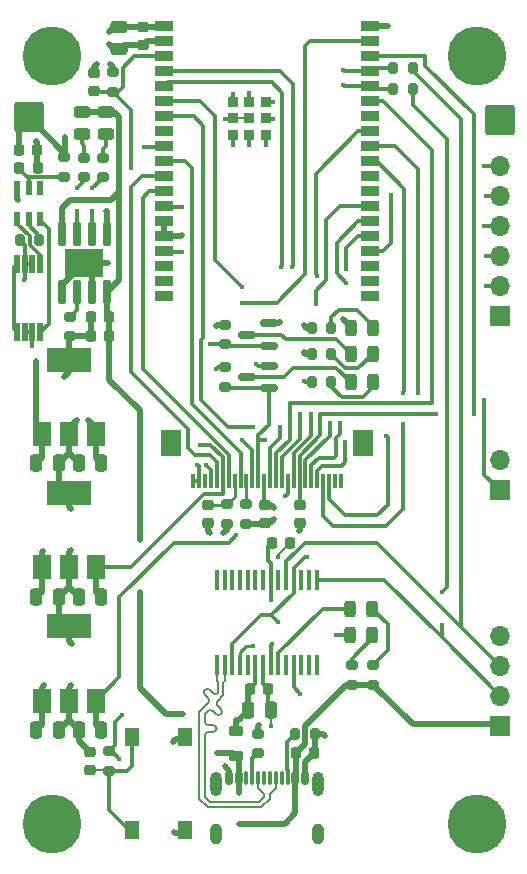
<source format=gtl>
G04 #@! TF.GenerationSoftware,KiCad,Pcbnew,7.0.9*
G04 #@! TF.CreationDate,2024-01-11T22:43:50+01:00*
G04 #@! TF.ProjectId,CameraV1,43616d65-7261-4563-912e-6b696361645f,rev?*
G04 #@! TF.SameCoordinates,Original*
G04 #@! TF.FileFunction,Copper,L1,Top*
G04 #@! TF.FilePolarity,Positive*
%FSLAX46Y46*%
G04 Gerber Fmt 4.6, Leading zero omitted, Abs format (unit mm)*
G04 Created by KiCad (PCBNEW 7.0.9) date 2024-01-11 22:43:50*
%MOMM*%
%LPD*%
G01*
G04 APERTURE LIST*
G04 Aperture macros list*
%AMRoundRect*
0 Rectangle with rounded corners*
0 $1 Rounding radius*
0 $2 $3 $4 $5 $6 $7 $8 $9 X,Y pos of 4 corners*
0 Add a 4 corners polygon primitive as box body*
4,1,4,$2,$3,$4,$5,$6,$7,$8,$9,$2,$3,0*
0 Add four circle primitives for the rounded corners*
1,1,$1+$1,$2,$3*
1,1,$1+$1,$4,$5*
1,1,$1+$1,$6,$7*
1,1,$1+$1,$8,$9*
0 Add four rect primitives between the rounded corners*
20,1,$1+$1,$2,$3,$4,$5,0*
20,1,$1+$1,$4,$5,$6,$7,0*
20,1,$1+$1,$6,$7,$8,$9,0*
20,1,$1+$1,$8,$9,$2,$3,0*%
G04 Aperture macros list end*
G04 #@! TA.AperFunction,SMDPad,CuDef*
%ADD10RoundRect,0.225000X-0.250000X0.225000X-0.250000X-0.225000X0.250000X-0.225000X0.250000X0.225000X0*%
G04 #@! TD*
G04 #@! TA.AperFunction,SMDPad,CuDef*
%ADD11RoundRect,0.225000X0.225000X0.250000X-0.225000X0.250000X-0.225000X-0.250000X0.225000X-0.250000X0*%
G04 #@! TD*
G04 #@! TA.AperFunction,SMDPad,CuDef*
%ADD12RoundRect,0.225000X-0.225000X-0.250000X0.225000X-0.250000X0.225000X0.250000X-0.225000X0.250000X0*%
G04 #@! TD*
G04 #@! TA.AperFunction,SMDPad,CuDef*
%ADD13RoundRect,0.243750X-0.243750X-0.456250X0.243750X-0.456250X0.243750X0.456250X-0.243750X0.456250X0*%
G04 #@! TD*
G04 #@! TA.AperFunction,SMDPad,CuDef*
%ADD14RoundRect,0.200000X-0.275000X0.200000X-0.275000X-0.200000X0.275000X-0.200000X0.275000X0.200000X0*%
G04 #@! TD*
G04 #@! TA.AperFunction,SMDPad,CuDef*
%ADD15RoundRect,0.200000X0.275000X-0.200000X0.275000X0.200000X-0.275000X0.200000X-0.275000X-0.200000X0*%
G04 #@! TD*
G04 #@! TA.AperFunction,SMDPad,CuDef*
%ADD16RoundRect,0.250000X-0.250000X-0.475000X0.250000X-0.475000X0.250000X0.475000X-0.250000X0.475000X0*%
G04 #@! TD*
G04 #@! TA.AperFunction,ComponentPad*
%ADD17R,1.700000X1.700000*%
G04 #@! TD*
G04 #@! TA.AperFunction,ComponentPad*
%ADD18O,1.700000X1.700000*%
G04 #@! TD*
G04 #@! TA.AperFunction,SMDPad,CuDef*
%ADD19RoundRect,0.200000X-0.200000X-0.275000X0.200000X-0.275000X0.200000X0.275000X-0.200000X0.275000X0*%
G04 #@! TD*
G04 #@! TA.AperFunction,SMDPad,CuDef*
%ADD20RoundRect,0.042000X0.258000X-0.943000X0.258000X0.943000X-0.258000X0.943000X-0.258000X-0.943000X0*%
G04 #@! TD*
G04 #@! TA.AperFunction,SMDPad,CuDef*
%ADD21R,3.302000X2.413000*%
G04 #@! TD*
G04 #@! TA.AperFunction,SMDPad,CuDef*
%ADD22R,0.300000X1.300000*%
G04 #@! TD*
G04 #@! TA.AperFunction,SMDPad,CuDef*
%ADD23R,1.800000X2.200000*%
G04 #@! TD*
G04 #@! TA.AperFunction,SMDPad,CuDef*
%ADD24R,1.300000X1.550000*%
G04 #@! TD*
G04 #@! TA.AperFunction,SMDPad,CuDef*
%ADD25R,1.500000X2.000000*%
G04 #@! TD*
G04 #@! TA.AperFunction,SMDPad,CuDef*
%ADD26R,3.800000X2.000000*%
G04 #@! TD*
G04 #@! TA.AperFunction,SMDPad,CuDef*
%ADD27RoundRect,0.020000X0.180000X-0.760000X0.180000X0.760000X-0.180000X0.760000X-0.180000X-0.760000X0*%
G04 #@! TD*
G04 #@! TA.AperFunction,SMDPad,CuDef*
%ADD28RoundRect,0.150000X0.587500X0.150000X-0.587500X0.150000X-0.587500X-0.150000X0.587500X-0.150000X0*%
G04 #@! TD*
G04 #@! TA.AperFunction,SMDPad,CuDef*
%ADD29R,0.550000X1.200000*%
G04 #@! TD*
G04 #@! TA.AperFunction,SMDPad,CuDef*
%ADD30RoundRect,0.218750X0.381250X-0.218750X0.381250X0.218750X-0.381250X0.218750X-0.381250X-0.218750X0*%
G04 #@! TD*
G04 #@! TA.AperFunction,ComponentPad*
%ADD31C,2.900000*%
G04 #@! TD*
G04 #@! TA.AperFunction,ConnectorPad*
%ADD32C,5.000000*%
G04 #@! TD*
G04 #@! TA.AperFunction,SMDPad,CuDef*
%ADD33RoundRect,0.250000X0.250000X0.475000X-0.250000X0.475000X-0.250000X-0.475000X0.250000X-0.475000X0*%
G04 #@! TD*
G04 #@! TA.AperFunction,SMDPad,CuDef*
%ADD34RoundRect,0.150000X-0.150000X-0.425000X0.150000X-0.425000X0.150000X0.425000X-0.150000X0.425000X0*%
G04 #@! TD*
G04 #@! TA.AperFunction,SMDPad,CuDef*
%ADD35RoundRect,0.075000X-0.075000X-0.500000X0.075000X-0.500000X0.075000X0.500000X-0.075000X0.500000X0*%
G04 #@! TD*
G04 #@! TA.AperFunction,ComponentPad*
%ADD36O,1.000000X2.100000*%
G04 #@! TD*
G04 #@! TA.AperFunction,ComponentPad*
%ADD37O,1.000000X1.800000*%
G04 #@! TD*
G04 #@! TA.AperFunction,SMDPad,CuDef*
%ADD38RoundRect,0.225000X0.250000X-0.225000X0.250000X0.225000X-0.250000X0.225000X-0.250000X-0.225000X0*%
G04 #@! TD*
G04 #@! TA.AperFunction,SMDPad,CuDef*
%ADD39R,0.450000X1.750000*%
G04 #@! TD*
G04 #@! TA.AperFunction,ComponentPad*
%ADD40RoundRect,0.249999X-1.025001X-1.025001X1.025001X-1.025001X1.025001X1.025001X-1.025001X1.025001X0*%
G04 #@! TD*
G04 #@! TA.AperFunction,SMDPad,CuDef*
%ADD41RoundRect,0.200000X0.200000X0.275000X-0.200000X0.275000X-0.200000X-0.275000X0.200000X-0.275000X0*%
G04 #@! TD*
G04 #@! TA.AperFunction,SMDPad,CuDef*
%ADD42RoundRect,0.250000X0.475000X-0.250000X0.475000X0.250000X-0.475000X0.250000X-0.475000X-0.250000X0*%
G04 #@! TD*
G04 #@! TA.AperFunction,SMDPad,CuDef*
%ADD43RoundRect,0.243750X0.456250X-0.243750X0.456250X0.243750X-0.456250X0.243750X-0.456250X-0.243750X0*%
G04 #@! TD*
G04 #@! TA.AperFunction,SMDPad,CuDef*
%ADD44R,1.500000X0.900000*%
G04 #@! TD*
G04 #@! TA.AperFunction,SMDPad,CuDef*
%ADD45R,0.900000X0.900000*%
G04 #@! TD*
G04 #@! TA.AperFunction,ViaPad*
%ADD46C,0.450000*%
G04 #@! TD*
G04 #@! TA.AperFunction,Conductor*
%ADD47C,0.300000*%
G04 #@! TD*
G04 #@! TA.AperFunction,Conductor*
%ADD48C,0.500000*%
G04 #@! TD*
G04 #@! TA.AperFunction,Conductor*
%ADD49C,0.250000*%
G04 #@! TD*
G04 #@! TA.AperFunction,Conductor*
%ADD50C,0.200000*%
G04 #@! TD*
G04 APERTURE END LIST*
D10*
X102200000Y-119925000D03*
X102200000Y-121475000D03*
D11*
X103810000Y-83100000D03*
X102260000Y-83100000D03*
D12*
X115750000Y-114600000D03*
X117300000Y-114600000D03*
D13*
X124212500Y-110000000D03*
X126087500Y-110000000D03*
D14*
X103800000Y-119875000D03*
X103800000Y-121525000D03*
X113600000Y-83775000D03*
X113600000Y-85425000D03*
D15*
X101700000Y-71250000D03*
X101700000Y-69600000D03*
D12*
X96200000Y-69000000D03*
X97750000Y-69000000D03*
D16*
X97650000Y-118100000D03*
X99550000Y-118100000D03*
D17*
X136900000Y-97775000D03*
D18*
X136900000Y-95235000D03*
D19*
X120975000Y-86200000D03*
X122625000Y-86200000D03*
D20*
X99830000Y-81000000D03*
X101100000Y-81000000D03*
X102370000Y-81000000D03*
X103640000Y-81000000D03*
X103640000Y-76050000D03*
X102370000Y-76050000D03*
X101100000Y-76050000D03*
X99830000Y-76050000D03*
D21*
X101735000Y-78525000D03*
D22*
X123450000Y-97000000D03*
X122950000Y-97000000D03*
X122450000Y-97000000D03*
X121950000Y-97000000D03*
X121450000Y-97000000D03*
X120950000Y-97000000D03*
X120450000Y-97000000D03*
X119950000Y-97000000D03*
X119450000Y-97000000D03*
X118950000Y-97000000D03*
X118450000Y-97000000D03*
X117950000Y-97000000D03*
X117450000Y-97000000D03*
X116950000Y-97000000D03*
X116450000Y-97000000D03*
X115950000Y-97000000D03*
X115450000Y-97000000D03*
X114950000Y-97000000D03*
X114450000Y-97000000D03*
X113950000Y-97000000D03*
X113450000Y-97000000D03*
X112950000Y-97000000D03*
X112450000Y-97000000D03*
X111950000Y-97000000D03*
X111450000Y-97000000D03*
X110950000Y-97000000D03*
D23*
X125350000Y-93750000D03*
X109050000Y-93750000D03*
D24*
X105750000Y-126575000D03*
X105750000Y-118625000D03*
X110250000Y-126575000D03*
X110250000Y-118625000D03*
D25*
X98100000Y-104300000D03*
X100400000Y-104300000D03*
D26*
X100400000Y-98000000D03*
D25*
X102700000Y-104300000D03*
D27*
X96025000Y-84380000D03*
X96675000Y-84380000D03*
X97325000Y-84380000D03*
X97975000Y-84380000D03*
X97975000Y-78620000D03*
X97325000Y-78620000D03*
X96675000Y-78620000D03*
X96025000Y-78620000D03*
D17*
X136900000Y-117700000D03*
D18*
X136900000Y-115160000D03*
X136900000Y-112620000D03*
X136900000Y-110080000D03*
D28*
X117337500Y-89150000D03*
X117337500Y-87250000D03*
X115462500Y-88200000D03*
D15*
X115400000Y-100625000D03*
X115400000Y-98975000D03*
D19*
X120975000Y-84000000D03*
X122625000Y-84000000D03*
D29*
X96050000Y-74800000D03*
X97000000Y-74800000D03*
X97950000Y-74800000D03*
X97950000Y-72200000D03*
X97000000Y-72200000D03*
X96050000Y-72200000D03*
D30*
X114600000Y-120262500D03*
X114600000Y-118137500D03*
D16*
X97650000Y-106800000D03*
X99550000Y-106800000D03*
D31*
X99000000Y-61000000D03*
D32*
X99000000Y-61000000D03*
D25*
X98100000Y-115600000D03*
X100400000Y-115600000D03*
D26*
X100400000Y-109300000D03*
D25*
X102700000Y-115600000D03*
D11*
X103810000Y-84700000D03*
X102260000Y-84700000D03*
D13*
X124262500Y-84000000D03*
X126137500Y-84000000D03*
D33*
X103150000Y-106800000D03*
X101250000Y-106800000D03*
D14*
X113600000Y-87375000D03*
X113600000Y-89025000D03*
D34*
X114000000Y-122100000D03*
X114800000Y-122100000D03*
D35*
X115950000Y-122100000D03*
X116950000Y-122100000D03*
X117450000Y-122100000D03*
X118450000Y-122100000D03*
D34*
X119600000Y-122100000D03*
X120400000Y-122100000D03*
X120400000Y-122100000D03*
X119600000Y-122100000D03*
D35*
X118950000Y-122100000D03*
X117950000Y-122100000D03*
X116450000Y-122100000D03*
X115450000Y-122100000D03*
D34*
X114800000Y-122100000D03*
X114000000Y-122100000D03*
D36*
X112880000Y-122675000D03*
D37*
X112880000Y-126855000D03*
D36*
X121520000Y-122675000D03*
D37*
X121520000Y-126855000D03*
D38*
X117000000Y-100575000D03*
X117000000Y-99025000D03*
D15*
X116400000Y-120025000D03*
X116400000Y-118375000D03*
D13*
X124212500Y-107800000D03*
X126087500Y-107800000D03*
D14*
X113800000Y-98975000D03*
X113800000Y-100625000D03*
D19*
X119600000Y-118400000D03*
X121250000Y-118400000D03*
D38*
X106700000Y-60075000D03*
X106700000Y-58525000D03*
D13*
X124262500Y-88600000D03*
X126137500Y-88600000D03*
D17*
X136900000Y-83000000D03*
D18*
X136900000Y-80460000D03*
X136900000Y-77920000D03*
X136900000Y-75380000D03*
X136900000Y-72840000D03*
X136900000Y-70300000D03*
D19*
X120975000Y-88600000D03*
X122625000Y-88600000D03*
D39*
X121400000Y-105400000D03*
X120750000Y-105400000D03*
X120100000Y-105400000D03*
X119450000Y-105400000D03*
X118800000Y-105400000D03*
X118150000Y-105400000D03*
X117500000Y-105400000D03*
X116850000Y-105400000D03*
X116200000Y-105400000D03*
X115550000Y-105400000D03*
X114900000Y-105400000D03*
X114250000Y-105400000D03*
X113600000Y-105400000D03*
X112950000Y-105400000D03*
X112950000Y-112600000D03*
X113600000Y-112600000D03*
X114250000Y-112600000D03*
X114900000Y-112600000D03*
X115550000Y-112600000D03*
X116200000Y-112600000D03*
X116850000Y-112600000D03*
X117500000Y-112600000D03*
X118150000Y-112600000D03*
X118800000Y-112600000D03*
X119450000Y-112600000D03*
X120100000Y-112600000D03*
X120750000Y-112600000D03*
X121400000Y-112600000D03*
D40*
X136900000Y-66400000D03*
D12*
X96225000Y-70500000D03*
X97775000Y-70500000D03*
D15*
X103300000Y-71250000D03*
X103300000Y-69600000D03*
D11*
X119175000Y-102200000D03*
X117625000Y-102200000D03*
D16*
X115600000Y-116400000D03*
X117500000Y-116400000D03*
D31*
X135000000Y-126000000D03*
D32*
X135000000Y-126000000D03*
D31*
X135000000Y-61000000D03*
D32*
X135000000Y-61000000D03*
D14*
X126150000Y-112575000D03*
X126150000Y-114225000D03*
D40*
X97000000Y-66200000D03*
D15*
X100000000Y-71225000D03*
X100000000Y-69575000D03*
D38*
X102525000Y-64000000D03*
X102525000Y-62450000D03*
X120000000Y-100575000D03*
X120000000Y-99025000D03*
D33*
X103150000Y-95500000D03*
X101250000Y-95500000D03*
D41*
X129525000Y-62030000D03*
X127875000Y-62030000D03*
D13*
X124262500Y-86200000D03*
X126137500Y-86200000D03*
D31*
X99000000Y-126000000D03*
D32*
X99000000Y-126000000D03*
D14*
X100535000Y-83075000D03*
X100535000Y-84725000D03*
D41*
X129525000Y-63800000D03*
X127875000Y-63800000D03*
D33*
X103150000Y-118100000D03*
X101250000Y-118100000D03*
D28*
X117337500Y-85550000D03*
X117337500Y-83650000D03*
X115462500Y-84600000D03*
D42*
X104700000Y-60450000D03*
X104700000Y-58550000D03*
D25*
X98100000Y-93050000D03*
X100400000Y-93050000D03*
D26*
X100400000Y-86750000D03*
D25*
X102700000Y-93050000D03*
D14*
X124350000Y-112575000D03*
X124350000Y-114225000D03*
D41*
X97925000Y-76600000D03*
X96275000Y-76600000D03*
D12*
X119625000Y-120000000D03*
X121175000Y-120000000D03*
D43*
X101500000Y-67637500D03*
X101500000Y-65762500D03*
D16*
X97650000Y-95500000D03*
X99550000Y-95500000D03*
D14*
X104125000Y-62375000D03*
X104125000Y-64025000D03*
D10*
X112200000Y-99025000D03*
X112200000Y-100575000D03*
D43*
X103600000Y-67637500D03*
X103600000Y-65762500D03*
D44*
X108450000Y-58490000D03*
X108450000Y-59760000D03*
X108450000Y-61030000D03*
X108450000Y-62300000D03*
X108450000Y-63570000D03*
X108450000Y-64840000D03*
X108450000Y-66110000D03*
X108450000Y-67380000D03*
X108450000Y-68650000D03*
X108450000Y-69920000D03*
X108450000Y-71190000D03*
X108450000Y-72460000D03*
X108450000Y-73730000D03*
X108450000Y-75000000D03*
X108450000Y-76270000D03*
X108450000Y-77540000D03*
X108450000Y-78810000D03*
X108450000Y-80080000D03*
X108450000Y-81350000D03*
X125950000Y-81350000D03*
X125950000Y-80080000D03*
X125950000Y-78810000D03*
X125950000Y-77540000D03*
X125950000Y-76270000D03*
X125950000Y-75000000D03*
X125950000Y-73730000D03*
X125950000Y-72460000D03*
X125950000Y-71190000D03*
X125950000Y-69920000D03*
X125950000Y-68650000D03*
X125950000Y-67380000D03*
X125950000Y-66110000D03*
X125950000Y-64840000D03*
X125950000Y-63570000D03*
X125950000Y-62300000D03*
X125950000Y-61030000D03*
X125950000Y-59760000D03*
X125950000Y-58490000D03*
D45*
X114300000Y-64890000D03*
X115700000Y-64890000D03*
X117100000Y-64890000D03*
X114300000Y-66290000D03*
X115700000Y-66290000D03*
X117100000Y-66290000D03*
X114300000Y-67690000D03*
X115700000Y-67690000D03*
X117100000Y-67690000D03*
D46*
X103700000Y-78500000D03*
X123600000Y-83300000D03*
X120000000Y-115000000D03*
X110000000Y-76200000D03*
X111300000Y-95600000D03*
X116000000Y-111000000D03*
X109300000Y-126700000D03*
X117700000Y-64900000D03*
X100700000Y-110800000D03*
X112000000Y-95600000D03*
X127400000Y-58500000D03*
X117500000Y-107100000D03*
X112900000Y-83900000D03*
X103800000Y-59000000D03*
X116500000Y-117650000D03*
X117100000Y-68500000D03*
X117500000Y-117700000D03*
X100600000Y-99400000D03*
X109200000Y-119100000D03*
X97600000Y-68200000D03*
X119900000Y-101200000D03*
X102800000Y-61700000D03*
X116300000Y-87100000D03*
X117700000Y-66300000D03*
X118700000Y-98300000D03*
X117800000Y-100200000D03*
X97300000Y-85600000D03*
X114300000Y-64200000D03*
X115700000Y-64100000D03*
X115700000Y-68500000D03*
X113600000Y-121100000D03*
X118300000Y-83500000D03*
X100600000Y-102800000D03*
X112400000Y-101400000D03*
X96600000Y-80000000D03*
X100000000Y-88200000D03*
X122100000Y-118600000D03*
X100600000Y-114300000D03*
X114300000Y-68500000D03*
X101100000Y-91800000D03*
X112900000Y-87500000D03*
X113600000Y-66300000D03*
X96100000Y-73200000D03*
X100100000Y-67900000D03*
X103600000Y-74100000D03*
X97600000Y-86800000D03*
X114800000Y-123400000D03*
X113000000Y-120000000D03*
X106400000Y-106400000D03*
X110100000Y-116700000D03*
X106400000Y-102000000D03*
X114800000Y-126000000D03*
X113500000Y-101400000D03*
X98300000Y-114300000D03*
X117800000Y-99300000D03*
X120300000Y-88500000D03*
X103900000Y-61700000D03*
X120300000Y-83800000D03*
X120300000Y-86100000D03*
X103800000Y-60000000D03*
X102000000Y-91800000D03*
X98200000Y-102900000D03*
X114600000Y-101600000D03*
X117000000Y-93500000D03*
X111500000Y-93900000D03*
X112400000Y-85400000D03*
X118100000Y-103400000D03*
X118100000Y-108900000D03*
X120600000Y-103400000D03*
X105700000Y-70500000D03*
X104900000Y-116800000D03*
X104700000Y-120500000D03*
X131500000Y-91300000D03*
X134700000Y-91300000D03*
X117600000Y-110800000D03*
X123000000Y-110000000D03*
X135600000Y-90100000D03*
X123900000Y-80200000D03*
X123900000Y-79000000D03*
X135700000Y-80460000D03*
X110000000Y-77600000D03*
X135700000Y-77900000D03*
X135600000Y-75380000D03*
X110000000Y-73800000D03*
X135700000Y-72840000D03*
X127700000Y-72800000D03*
X106800000Y-68700000D03*
X135600000Y-70300000D03*
X127300000Y-93200000D03*
X130000000Y-89500000D03*
X128700000Y-89500000D03*
X128700000Y-92200000D03*
X123800000Y-93700000D03*
X121400000Y-79600000D03*
X123374503Y-92100000D03*
X121300000Y-82000000D03*
X122500000Y-92100000D03*
X119300000Y-78900000D03*
X118400000Y-78900000D03*
X120900000Y-91300000D03*
X115100000Y-80600000D03*
X120000000Y-91300000D03*
X118300000Y-92400000D03*
X116000000Y-92400000D03*
X115100000Y-93500000D03*
X115100000Y-81900000D03*
X123600000Y-62200000D03*
X123600000Y-63500000D03*
X132000000Y-109200000D03*
X132000000Y-106400000D03*
X102400000Y-74100000D03*
X102400000Y-72200000D03*
X101100000Y-72200000D03*
X101100000Y-74100000D03*
D47*
X118950000Y-98050000D02*
X118700000Y-98300000D01*
D48*
X97750000Y-69000000D02*
X97750000Y-70575000D01*
D49*
X114900000Y-111475000D02*
X115375000Y-111000000D01*
D47*
X116850000Y-112600000D02*
X116850000Y-114150000D01*
X111450000Y-95750000D02*
X111450000Y-97000000D01*
X113600000Y-66300000D02*
X113929340Y-66300000D01*
D48*
X100400000Y-105950000D02*
X99550000Y-106800000D01*
X115400000Y-100625000D02*
X116950000Y-100625000D01*
X99550000Y-95500000D02*
X99550000Y-97150000D01*
X117000000Y-100575000D02*
X117425000Y-100575000D01*
X124262500Y-83962500D02*
X123600000Y-83300000D01*
X113600000Y-83775000D02*
X113025000Y-83775000D01*
X101250000Y-106800000D02*
X100400000Y-105950000D01*
X96050000Y-73150000D02*
X96100000Y-73200000D01*
X106735000Y-58490000D02*
X106700000Y-58525000D01*
X102525000Y-62450000D02*
X102525000Y-61975000D01*
X108415000Y-58525000D02*
X108450000Y-58490000D01*
X121900000Y-118400000D02*
X122100000Y-118600000D01*
D47*
X117470660Y-64900000D02*
X117410660Y-64840000D01*
D48*
X100560000Y-84700000D02*
X100535000Y-84725000D01*
X113025000Y-83775000D02*
X112900000Y-83900000D01*
X99550000Y-108450000D02*
X100400000Y-109300000D01*
D47*
X113600000Y-87375000D02*
X113025000Y-87375000D01*
D48*
X100400000Y-110500000D02*
X100700000Y-110800000D01*
X101735000Y-78525000D02*
X103675000Y-78525000D01*
D47*
X114300000Y-64200000D02*
X114250000Y-64579340D01*
D48*
X99550000Y-97150000D02*
X100400000Y-98000000D01*
X120000000Y-101100000D02*
X119900000Y-101200000D01*
D47*
X117300000Y-103731371D02*
X117500000Y-103931371D01*
D48*
X120000000Y-100575000D02*
X120000000Y-101100000D01*
X102370000Y-79160000D02*
X102370000Y-81000000D01*
X99830000Y-80430000D02*
X99830000Y-81000000D01*
X121250000Y-118400000D02*
X121250000Y-119925000D01*
D47*
X116850000Y-114150000D02*
X117300000Y-114600000D01*
D48*
X101735000Y-78525000D02*
X102370000Y-79160000D01*
X100400000Y-99200000D02*
X100600000Y-99400000D01*
X100400000Y-115600000D02*
X100400000Y-114500000D01*
X100400000Y-94650000D02*
X100400000Y-93050000D01*
D47*
X117500000Y-103931371D02*
X117500000Y-105400000D01*
D48*
X109375000Y-126775000D02*
X109300000Y-126700000D01*
X97750000Y-68350000D02*
X97600000Y-68200000D01*
X100400000Y-114500000D02*
X100600000Y-114300000D01*
D49*
X115375000Y-111000000D02*
X116000000Y-111000000D01*
D47*
X118950000Y-97000000D02*
X118950000Y-98050000D01*
X110950000Y-97000000D02*
X111450000Y-97000000D01*
D48*
X100400000Y-105950000D02*
X100400000Y-104300000D01*
D47*
X117100000Y-68500000D02*
X117100000Y-68050660D01*
D48*
X99550000Y-106800000D02*
X99550000Y-108450000D01*
D47*
X96675000Y-84380000D02*
X97325000Y-84380000D01*
D48*
X100400000Y-94650000D02*
X101250000Y-95500000D01*
X100400000Y-92500000D02*
X101100000Y-91800000D01*
X104700000Y-58550000D02*
X104250000Y-58550000D01*
D47*
X97325000Y-84380000D02*
X97325000Y-85575000D01*
D48*
X100400000Y-104300000D02*
X100400000Y-103000000D01*
X109930000Y-76270000D02*
X110000000Y-76200000D01*
X103675000Y-78525000D02*
X103700000Y-78500000D01*
D47*
X119450000Y-114450000D02*
X120000000Y-115000000D01*
D48*
X106700000Y-58525000D02*
X108415000Y-58525000D01*
D47*
X117300000Y-102525000D02*
X117300000Y-103731371D01*
D48*
X112200000Y-101200000D02*
X112400000Y-101400000D01*
X109475000Y-118825000D02*
X109200000Y-119100000D01*
X108450000Y-76270000D02*
X109930000Y-76270000D01*
D47*
X117500000Y-105400000D02*
X117500000Y-107100000D01*
D48*
X102525000Y-61975000D02*
X102800000Y-61700000D01*
X112200000Y-100575000D02*
X112200000Y-101200000D01*
D50*
X117500000Y-116200000D02*
X117500000Y-117700000D01*
D48*
X100400000Y-87800000D02*
X100000000Y-88200000D01*
X116400000Y-117750000D02*
X116400000Y-118375000D01*
X118150000Y-83650000D02*
X118300000Y-83500000D01*
D47*
X115700000Y-68500000D02*
X115700000Y-68050660D01*
D48*
X106700000Y-58525000D02*
X104725000Y-58525000D01*
X100400000Y-84860000D02*
X100535000Y-84725000D01*
X100400000Y-117250000D02*
X100400000Y-115600000D01*
X100400000Y-86750000D02*
X100400000Y-87800000D01*
X100400000Y-109300000D02*
X100400000Y-110500000D01*
X100400000Y-103000000D02*
X100600000Y-102800000D01*
X108450000Y-75000000D02*
X108450000Y-76270000D01*
D47*
X97325000Y-78620000D02*
X96675000Y-78620000D01*
D48*
X104725000Y-58525000D02*
X104700000Y-58550000D01*
X100400000Y-93050000D02*
X100400000Y-92500000D01*
X114000000Y-121500000D02*
X113600000Y-121100000D01*
X99550000Y-118100000D02*
X100400000Y-117250000D01*
D49*
X114900000Y-112600000D02*
X114900000Y-111475000D01*
D47*
X114300000Y-68050660D02*
X114250000Y-68000660D01*
D48*
X117337500Y-83650000D02*
X118150000Y-83650000D01*
D47*
X115700000Y-64100000D02*
X115700000Y-64529340D01*
X114300000Y-64529340D02*
X114300000Y-64200000D01*
X119450000Y-112600000D02*
X119450000Y-114450000D01*
D48*
X110250000Y-118825000D02*
X109475000Y-118825000D01*
D47*
X112000000Y-95600000D02*
X112450000Y-96050000D01*
D48*
X120400000Y-122100000D02*
X120400000Y-120775000D01*
X100400000Y-117250000D02*
X101250000Y-118100000D01*
X100400000Y-86750000D02*
X100400000Y-84860000D01*
X101250000Y-118975000D02*
X102200000Y-119925000D01*
X110250000Y-126775000D02*
X109375000Y-126775000D01*
X102260000Y-84700000D02*
X100560000Y-84700000D01*
D47*
X113025000Y-87375000D02*
X112900000Y-87500000D01*
D48*
X97750000Y-70575000D02*
X97775000Y-70600000D01*
X99550000Y-95500000D02*
X100400000Y-94650000D01*
X116500000Y-117650000D02*
X116400000Y-117750000D01*
X100400000Y-92400000D02*
X100400000Y-93050000D01*
D47*
X111300000Y-95600000D02*
X111450000Y-95750000D01*
D48*
X125950000Y-58490000D02*
X127390000Y-58490000D01*
D47*
X97325000Y-85575000D02*
X97300000Y-85600000D01*
D48*
X97750000Y-69000000D02*
X97750000Y-68350000D01*
X96050000Y-72300000D02*
X96050000Y-73150000D01*
D47*
X96675000Y-78620000D02*
X96675000Y-77000000D01*
X112450000Y-96050000D02*
X112450000Y-97000000D01*
X117337500Y-87250000D02*
X116450000Y-87250000D01*
X96675000Y-79925000D02*
X96600000Y-80000000D01*
X117300000Y-116000000D02*
X117500000Y-116200000D01*
D48*
X114000000Y-122100000D02*
X114000000Y-121500000D01*
X124262500Y-84000000D02*
X124262500Y-83962500D01*
D47*
X117700000Y-66300000D02*
X117470660Y-66300000D01*
D48*
X100400000Y-98000000D02*
X100400000Y-99200000D01*
D47*
X114300000Y-68500000D02*
X114300000Y-68050660D01*
X117625000Y-102200000D02*
X117300000Y-102525000D01*
X96675000Y-77000000D02*
X96275000Y-76600000D01*
D48*
X116950000Y-100625000D02*
X117000000Y-100575000D01*
X121250000Y-118400000D02*
X121900000Y-118400000D01*
X124262500Y-84000000D02*
X124262500Y-84037500D01*
D47*
X117700000Y-64900000D02*
X117470660Y-64900000D01*
D48*
X127390000Y-58490000D02*
X127400000Y-58500000D01*
X117425000Y-100575000D02*
X117800000Y-100200000D01*
X104250000Y-58550000D02*
X103800000Y-59000000D01*
X120400000Y-120775000D02*
X121175000Y-120000000D01*
X102260000Y-84700000D02*
X102260000Y-83100000D01*
X121250000Y-119925000D02*
X121175000Y-120000000D01*
D47*
X117100000Y-68050660D02*
X117150000Y-68000660D01*
X116450000Y-87250000D02*
X116300000Y-87100000D01*
D48*
X101735000Y-78525000D02*
X99830000Y-80430000D01*
D47*
X117300000Y-114600000D02*
X117300000Y-116000000D01*
D50*
X114300000Y-66290000D02*
X115700000Y-66290000D01*
D47*
X96675000Y-78620000D02*
X96675000Y-79925000D01*
D48*
X101250000Y-118100000D02*
X101250000Y-118975000D01*
X103640000Y-76050000D02*
X103640000Y-74140000D01*
X97000000Y-66200000D02*
X100000000Y-69200000D01*
X96200000Y-67000000D02*
X97000000Y-66200000D01*
X96200000Y-69000000D02*
X96200000Y-67000000D01*
X97650000Y-93500000D02*
X98100000Y-93050000D01*
X98100000Y-93050000D02*
X97600000Y-92550000D01*
X97600000Y-92550000D02*
X97600000Y-86800000D01*
X100100000Y-67900000D02*
X100100000Y-69475000D01*
X100000000Y-69200000D02*
X100000000Y-69575000D01*
X103640000Y-74140000D02*
X103600000Y-74100000D01*
X100100000Y-69475000D02*
X100000000Y-69575000D01*
X98100000Y-93050000D02*
X98100000Y-95050000D01*
X98100000Y-95050000D02*
X97650000Y-95500000D01*
X104700000Y-79940000D02*
X104700000Y-72500000D01*
X123875000Y-114225000D02*
X120400000Y-117700000D01*
D47*
X114600000Y-120262500D02*
X114600000Y-120062500D01*
D48*
X118700000Y-126000000D02*
X114800000Y-126000000D01*
X103600000Y-65762500D02*
X104262500Y-65762500D01*
X119600000Y-125100000D02*
X118700000Y-126000000D01*
X104262500Y-65762500D02*
X104700000Y-66200000D01*
X103810000Y-88410000D02*
X106400000Y-91000000D01*
X103640000Y-81000000D02*
X104700000Y-79940000D01*
X103810000Y-83100000D02*
X103810000Y-84700000D01*
X120400000Y-119225000D02*
X119625000Y-120000000D01*
X114362500Y-120062500D02*
X114600000Y-120062500D01*
X114800000Y-122100000D02*
X114800000Y-120262500D01*
X119625000Y-122075000D02*
X119600000Y-122100000D01*
X108300000Y-116400000D02*
X108600000Y-116700000D01*
X113000000Y-120000000D02*
X114337500Y-120000000D01*
X104000000Y-73200000D02*
X100500000Y-73200000D01*
X119600000Y-122100000D02*
X119600000Y-125100000D01*
X106400000Y-114500000D02*
X106400000Y-106400000D01*
X129525000Y-117600000D02*
X136800000Y-117600000D01*
X114800000Y-123400000D02*
X114800000Y-122100000D01*
X108600000Y-116700000D02*
X110100000Y-116700000D01*
X99830000Y-73870000D02*
X99830000Y-76050000D01*
X124350000Y-114225000D02*
X126150000Y-114225000D01*
X108300000Y-116400000D02*
X106400000Y-114500000D01*
X120400000Y-117700000D02*
X120400000Y-119225000D01*
X124350000Y-114225000D02*
X123875000Y-114225000D01*
X119625000Y-120000000D02*
X119625000Y-122075000D01*
X136800000Y-117600000D02*
X136900000Y-117700000D01*
X103640000Y-81000000D02*
X103640000Y-82930000D01*
X104700000Y-72500000D02*
X104000000Y-73200000D01*
X104700000Y-66200000D02*
X104700000Y-72500000D01*
X103810000Y-84700000D02*
X103810000Y-88410000D01*
X101500000Y-65762500D02*
X103600000Y-65762500D01*
X114337500Y-120000000D02*
X114600000Y-120262500D01*
X103640000Y-82930000D02*
X103810000Y-83100000D01*
X126150000Y-114225000D02*
X129525000Y-117600000D01*
X100500000Y-73200000D02*
X99830000Y-73870000D01*
X106400000Y-91000000D02*
X106400000Y-102000000D01*
X98100000Y-117650000D02*
X97650000Y-118100000D01*
X113800000Y-101100000D02*
X113500000Y-101400000D01*
X102700000Y-92500000D02*
X102000000Y-91800000D01*
D47*
X116950000Y-98975000D02*
X117000000Y-99025000D01*
D48*
X98100000Y-104300000D02*
X98100000Y-103000000D01*
X98100000Y-106350000D02*
X97650000Y-106800000D01*
X106700000Y-60075000D02*
X105075000Y-60075000D01*
X105075000Y-60075000D02*
X104700000Y-60450000D01*
X98100000Y-103000000D02*
X98200000Y-102900000D01*
X120400000Y-86200000D02*
X120300000Y-86100000D01*
X104125000Y-62375000D02*
X104125000Y-61925000D01*
X102700000Y-93050000D02*
X102700000Y-92500000D01*
X98100000Y-114500000D02*
X98300000Y-114300000D01*
X120500000Y-84000000D02*
X120300000Y-83800000D01*
X120975000Y-84000000D02*
X120500000Y-84000000D01*
D47*
X120400000Y-88600000D02*
X120300000Y-88500000D01*
D48*
X104250000Y-60450000D02*
X103800000Y-60000000D01*
X102700000Y-93050000D02*
X102700000Y-95050000D01*
X104125000Y-61925000D02*
X103900000Y-61700000D01*
X98100000Y-115600000D02*
X98100000Y-117650000D01*
D47*
X116950000Y-97000000D02*
X116950000Y-98975000D01*
D48*
X104700000Y-60450000D02*
X104250000Y-60450000D01*
D47*
X120975000Y-88600000D02*
X120400000Y-88600000D01*
D48*
X108450000Y-59760000D02*
X107015000Y-59760000D01*
X113800000Y-100625000D02*
X113800000Y-101100000D01*
X98100000Y-115600000D02*
X98100000Y-114500000D01*
X120975000Y-86200000D02*
X120400000Y-86200000D01*
X117000000Y-99025000D02*
X117525000Y-99025000D01*
X102700000Y-95050000D02*
X103150000Y-95500000D01*
X117525000Y-99025000D02*
X117800000Y-99300000D01*
X107015000Y-59760000D02*
X106700000Y-60075000D01*
X98100000Y-104300000D02*
X98100000Y-106350000D01*
D47*
X109300000Y-102200000D02*
X104700000Y-106800000D01*
X117337500Y-92237500D02*
X117337500Y-89150000D01*
X116450000Y-93500000D02*
X117000000Y-93500000D01*
X104700000Y-113600000D02*
X102700000Y-115600000D01*
D48*
X102700000Y-117650000D02*
X103150000Y-118100000D01*
D47*
X116450000Y-93500000D02*
X116450000Y-93125000D01*
X114000000Y-102200000D02*
X109300000Y-102200000D01*
D48*
X102700000Y-115600000D02*
X102700000Y-117650000D01*
D47*
X116450000Y-93125000D02*
X117337500Y-92237500D01*
X104700000Y-106800000D02*
X104700000Y-113600000D01*
X116450000Y-97000000D02*
X116450000Y-93500000D01*
X117337500Y-89150000D02*
X113725000Y-89150000D01*
X114600000Y-101600000D02*
X114000000Y-102200000D01*
X113725000Y-89150000D02*
X113600000Y-89025000D01*
D48*
X114600000Y-117937500D02*
X114600000Y-117200000D01*
X115600000Y-114750000D02*
X115750000Y-114600000D01*
X114800000Y-117200000D02*
X115600000Y-116400000D01*
D47*
X116200000Y-114150000D02*
X115750000Y-114600000D01*
D48*
X115600000Y-116400000D02*
X115600000Y-114750000D01*
D47*
X116200000Y-112600000D02*
X116200000Y-114150000D01*
X114600000Y-118137500D02*
X114600000Y-117937500D01*
D48*
X114600000Y-117200000D02*
X114800000Y-117200000D01*
D47*
X112400000Y-85400000D02*
X113575000Y-85400000D01*
X113725000Y-85550000D02*
X113600000Y-85425000D01*
X105700000Y-104300000D02*
X102700000Y-104300000D01*
X111900000Y-98100000D02*
X105700000Y-104300000D01*
X113400000Y-98100000D02*
X111900000Y-98100000D01*
X112400000Y-93900000D02*
X111500000Y-93900000D01*
X117337500Y-85550000D02*
X113725000Y-85550000D01*
D48*
X102700000Y-106350000D02*
X103150000Y-106800000D01*
D47*
X113575000Y-85400000D02*
X113600000Y-85425000D01*
X113450000Y-94950000D02*
X112400000Y-93900000D01*
X113450000Y-97000000D02*
X113450000Y-94950000D01*
X113450000Y-98050000D02*
X113450000Y-97000000D01*
D48*
X102700000Y-104300000D02*
X102700000Y-106350000D01*
D47*
X113400000Y-98100000D02*
X113450000Y-98050000D01*
X119450000Y-104350000D02*
X120400000Y-103400000D01*
X117550000Y-108350000D02*
X118100000Y-108900000D01*
X120400000Y-103400000D02*
X120600000Y-103400000D01*
X119450000Y-105400000D02*
X119450000Y-104350000D01*
X114250000Y-110750000D02*
X114250000Y-112600000D01*
X116650000Y-108350000D02*
X114250000Y-110750000D01*
X119450000Y-105400000D02*
X119450000Y-106450000D01*
D50*
X118100000Y-103275000D02*
X119175000Y-102200000D01*
D47*
X117550000Y-108350000D02*
X116650000Y-108350000D01*
D50*
X118100000Y-103400000D02*
X118100000Y-103275000D01*
D47*
X119450000Y-106450000D02*
X117550000Y-108350000D01*
X104575000Y-64025000D02*
X104125000Y-64025000D01*
X104900000Y-116800000D02*
X104300000Y-117400000D01*
X105000000Y-63600000D02*
X104575000Y-64025000D01*
X102550000Y-64025000D02*
X102525000Y-64000000D01*
X104125000Y-64025000D02*
X105700000Y-65600000D01*
X105970000Y-61030000D02*
X105000000Y-62000000D01*
X108450000Y-61030000D02*
X105970000Y-61030000D01*
X104125000Y-64025000D02*
X102550000Y-64025000D01*
X104075000Y-119875000D02*
X104700000Y-120500000D01*
X105700000Y-65600000D02*
X105700000Y-70500000D01*
X104300000Y-119375000D02*
X103800000Y-119875000D01*
X105000000Y-62000000D02*
X105000000Y-63600000D01*
X104300000Y-117400000D02*
X104300000Y-119375000D01*
X103800000Y-119875000D02*
X104075000Y-119875000D01*
X119950000Y-97000000D02*
X119950000Y-98975000D01*
X119950000Y-98975000D02*
X120000000Y-99025000D01*
X131500000Y-91300000D02*
X121700000Y-91300000D01*
X134700000Y-65925000D02*
X130600000Y-61825000D01*
X130600000Y-61825000D02*
X130600000Y-61030000D01*
X121700000Y-91300000D02*
X121700000Y-93100000D01*
X134700000Y-91300000D02*
X134700000Y-65925000D01*
X119950000Y-94850000D02*
X119950000Y-97000000D01*
X130600000Y-61030000D02*
X125950000Y-61030000D01*
X121700000Y-93100000D02*
X119950000Y-94850000D01*
X124262500Y-88600000D02*
X123062500Y-87400000D01*
X123062500Y-87400000D02*
X119400000Y-87400000D01*
X118600000Y-88200000D02*
X115462500Y-88200000D01*
X119400000Y-87400000D02*
X118600000Y-88200000D01*
D49*
X112200000Y-99025000D02*
X113750000Y-99025000D01*
X114450000Y-98325000D02*
X114450000Y-97000000D01*
X113750000Y-99025000D02*
X113800000Y-98975000D01*
X113800000Y-98975000D02*
X114450000Y-98325000D01*
D47*
X97000000Y-72200000D02*
X97000000Y-71375000D01*
X99950000Y-71275000D02*
X96900000Y-71275000D01*
X100000000Y-71225000D02*
X99950000Y-71275000D01*
X97000000Y-71375000D02*
X96712500Y-71087500D01*
X96900000Y-71275000D02*
X96712500Y-71087500D01*
X96712500Y-71087500D02*
X96225000Y-70600000D01*
X125300000Y-89900000D02*
X126137500Y-89062500D01*
X126137500Y-89062500D02*
X126137500Y-88600000D01*
X122625000Y-89025000D02*
X123500000Y-89900000D01*
X123500000Y-89900000D02*
X125300000Y-89900000D01*
X122625000Y-88600000D02*
X122625000Y-89025000D01*
X118400000Y-84600000D02*
X115462500Y-84600000D01*
X123062500Y-85000000D02*
X118800000Y-85000000D01*
X124262500Y-86200000D02*
X123062500Y-85000000D01*
X118800000Y-85000000D02*
X118400000Y-84600000D01*
X124937500Y-87400000D02*
X123825000Y-87400000D01*
X123825000Y-87400000D02*
X122625000Y-86200000D01*
X122625000Y-85975000D02*
X122625000Y-86200000D01*
X126137500Y-86200000D02*
X124937500Y-87400000D01*
X121900000Y-107800000D02*
X124212500Y-107800000D01*
X118150000Y-111550000D02*
X121900000Y-107800000D01*
X118150000Y-112600000D02*
X118150000Y-111550000D01*
X117500000Y-112600000D02*
X117500000Y-110900000D01*
X123000000Y-110000000D02*
X124212500Y-110000000D01*
X117500000Y-110900000D02*
X117600000Y-110800000D01*
X122625000Y-83143629D02*
X123268629Y-82500000D01*
X123268629Y-82500000D02*
X124800000Y-82500000D01*
X126137500Y-83837500D02*
X126137500Y-84000000D01*
X124800000Y-82500000D02*
X126137500Y-83837500D01*
X122625000Y-84000000D02*
X122625000Y-83143629D01*
X103800000Y-121525000D02*
X103800000Y-124825000D01*
X105375000Y-121525000D02*
X105750000Y-121150000D01*
X105750000Y-121150000D02*
X105750000Y-118825000D01*
X103800000Y-124825000D02*
X105750000Y-126775000D01*
D50*
X103750000Y-121475000D02*
X103800000Y-121525000D01*
X102200000Y-121475000D02*
X103750000Y-121475000D01*
D47*
X103800000Y-121525000D02*
X105375000Y-121525000D01*
X115950000Y-120475000D02*
X115950000Y-122100000D01*
X116400000Y-120025000D02*
X115950000Y-120475000D01*
X118950000Y-122100000D02*
X118950000Y-121492590D01*
X118950000Y-121492590D02*
X118875000Y-121417590D01*
X118875000Y-121417590D02*
X118875000Y-119125000D01*
X118875000Y-119125000D02*
X119600000Y-118400000D01*
D50*
X113039431Y-114942372D02*
X113039430Y-114942371D01*
X113050000Y-114012501D02*
X112950000Y-113912501D01*
X113050000Y-114931800D02*
X113050000Y-114012501D01*
X111921783Y-114673255D02*
X111921785Y-114673254D01*
X117950000Y-122100000D02*
X117950000Y-122962501D01*
X117950000Y-122962501D02*
X117425000Y-123487501D01*
X112950000Y-113912501D02*
X112950000Y-112600000D01*
X112206800Y-124625000D02*
X111475000Y-123893200D01*
X116693200Y-124625000D02*
X112206800Y-124625000D01*
X117425000Y-123893200D02*
X116693200Y-124625000D01*
X112190900Y-115366636D02*
X111921783Y-115097519D01*
X117425000Y-123487501D02*
X117425000Y-123893200D01*
X111475000Y-116506800D02*
X112190900Y-115790900D01*
X111475000Y-123893200D02*
X111475000Y-116506800D01*
X113039430Y-114942371D02*
X113050000Y-114931800D01*
X112346049Y-114673254D02*
X112615167Y-114942372D01*
X112190931Y-115790931D02*
G75*
G03*
X112190899Y-115366637I-212131J212131D01*
G01*
X112615168Y-114942371D02*
G75*
G03*
X113039430Y-114942371I212131J212131D01*
G01*
X111921796Y-114673268D02*
G75*
G03*
X111921783Y-115097519I212104J-212132D01*
G01*
X112346048Y-114673255D02*
G75*
G03*
X111921786Y-114673255I-212131J-212131D01*
G01*
X113600000Y-112600000D02*
X113600000Y-113912501D01*
X112225000Y-117643200D02*
X112616851Y-117643200D01*
X116975000Y-123706800D02*
X116975000Y-123487501D01*
X112861895Y-116734689D02*
X112584837Y-116457631D01*
X111925000Y-116693200D02*
X111925000Y-117343200D01*
X112393200Y-124175000D02*
X116506800Y-124175000D01*
X112160571Y-116457630D02*
X111925000Y-116693200D01*
X111925000Y-123706800D02*
X112393200Y-124175000D01*
X112616851Y-118243200D02*
X112225000Y-118243200D01*
X116506800Y-124175000D02*
X116975000Y-123706800D01*
X116975000Y-123487501D02*
X116450000Y-122962501D01*
X113009099Y-116033366D02*
X113286158Y-116310425D01*
X111925000Y-122793200D02*
X111925000Y-123706800D01*
X113286158Y-116734689D02*
X113286159Y-116734689D01*
X116450000Y-122962501D02*
X116450000Y-122100000D01*
X113500000Y-114012501D02*
X113500000Y-115118200D01*
X112160573Y-116457631D02*
X112160571Y-116457630D01*
X113009100Y-116033366D02*
X113009099Y-116033366D01*
X111925000Y-118543200D02*
X111925000Y-122793200D01*
X113600000Y-113912501D02*
X113500000Y-114012501D01*
X113500000Y-115118200D02*
X113009100Y-115609100D01*
X112916900Y-117943200D02*
G75*
G03*
X112616851Y-117643200I-300000J0D01*
G01*
X112861896Y-116734688D02*
G75*
G03*
X113286158Y-116734688I212131J212131D01*
G01*
X112225000Y-118243200D02*
G75*
G03*
X111925000Y-118543200I0J-300000D01*
G01*
X113286200Y-116734731D02*
G75*
G03*
X113286157Y-116310426I-212200J212131D01*
G01*
X112616851Y-118243151D02*
G75*
G03*
X112916851Y-117943200I49J299951D01*
G01*
X112584836Y-116457632D02*
G75*
G03*
X112160574Y-116457632I-212131J-212131D01*
G01*
X111925000Y-117343200D02*
G75*
G03*
X112225000Y-117643200I300000J0D01*
G01*
X113009067Y-115609067D02*
G75*
G03*
X113009100Y-116033366I212133J-212133D01*
G01*
D47*
X125950000Y-75000000D02*
X124900000Y-75000000D01*
X123100000Y-79400000D02*
X123900000Y-80200000D01*
X124900000Y-75000000D02*
X123100000Y-76800000D01*
X135600000Y-90100000D02*
X135600000Y-96475000D01*
X135600000Y-96475000D02*
X136900000Y-97775000D01*
X123100000Y-76800000D02*
X123100000Y-79400000D01*
X123900000Y-77270000D02*
X124900000Y-76270000D01*
X135700000Y-80460000D02*
X136900000Y-80460000D01*
X124900000Y-76270000D02*
X125950000Y-76270000D01*
X123900000Y-79000000D02*
X123900000Y-77270000D01*
X135700000Y-77900000D02*
X136880000Y-77900000D01*
X136880000Y-77900000D02*
X136900000Y-77920000D01*
X108510000Y-77600000D02*
X108450000Y-77540000D01*
X110000000Y-77600000D02*
X108510000Y-77600000D01*
X135600000Y-75380000D02*
X136900000Y-75380000D01*
X108520000Y-73800000D02*
X108450000Y-73730000D01*
X110000000Y-73800000D02*
X108520000Y-73800000D01*
X127700000Y-76840000D02*
X127000000Y-77540000D01*
X127000000Y-77540000D02*
X125950000Y-77540000D01*
X135700000Y-72840000D02*
X136900000Y-72840000D01*
X127700000Y-72800000D02*
X127700000Y-76840000D01*
X106800000Y-68700000D02*
X108400000Y-68700000D01*
X135600000Y-70300000D02*
X136900000Y-70300000D01*
X108400000Y-68700000D02*
X108450000Y-68650000D01*
X123800000Y-99900000D02*
X122450000Y-98550000D01*
X127400000Y-93300000D02*
X127400000Y-99000000D01*
X130000000Y-89500000D02*
X130000000Y-70600000D01*
X122450000Y-98550000D02*
X122450000Y-97000000D01*
X127300000Y-93200000D02*
X127400000Y-93300000D01*
X128050000Y-68650000D02*
X125950000Y-68650000D01*
X126500000Y-99900000D02*
X123800000Y-99900000D01*
X130000000Y-70600000D02*
X128050000Y-68650000D01*
X127400000Y-99000000D02*
X126500000Y-99900000D01*
X128800000Y-89400000D02*
X128800000Y-72240000D01*
X121950000Y-99950000D02*
X121950000Y-97000000D01*
X128800000Y-72240000D02*
X126480000Y-69920000D01*
X122800000Y-100800000D02*
X121950000Y-99950000D01*
X128700000Y-92200000D02*
X128700000Y-99400000D01*
X127300000Y-100800000D02*
X122800000Y-100800000D01*
X128700000Y-89500000D02*
X128800000Y-89400000D01*
X126480000Y-69920000D02*
X125950000Y-69920000D01*
X128700000Y-99400000D02*
X127300000Y-100800000D01*
X121850000Y-95700000D02*
X123500000Y-95700000D01*
X121450000Y-96100000D02*
X121850000Y-95700000D01*
X121450000Y-97000000D02*
X121450000Y-96100000D01*
X121300000Y-79500000D02*
X121300000Y-70980000D01*
X123800000Y-95400000D02*
X123800000Y-93700000D01*
X121300000Y-70980000D02*
X124900000Y-67380000D01*
X123500000Y-95700000D02*
X123800000Y-95400000D01*
X121400000Y-79600000D02*
X121300000Y-79500000D01*
X124900000Y-67380000D02*
X125950000Y-67380000D01*
X121300000Y-82000000D02*
X121300000Y-80900000D01*
X120950000Y-95650000D02*
X121600000Y-95000000D01*
X123000000Y-93368629D02*
X123374503Y-92994126D01*
X123374503Y-92994126D02*
X123374503Y-92100000D01*
X122900000Y-95000000D02*
X123000000Y-94900000D01*
X121300000Y-80900000D02*
X122200000Y-80000000D01*
X122200000Y-80000000D02*
X122200000Y-74900000D01*
X123000000Y-94900000D02*
X123000000Y-93368629D01*
X123370000Y-73730000D02*
X125950000Y-73730000D01*
X121600000Y-95000000D02*
X122900000Y-95000000D01*
X122200000Y-74900000D02*
X123370000Y-73730000D01*
X120950000Y-97000000D02*
X120950000Y-95650000D01*
X120450000Y-95250000D02*
X122500000Y-93200000D01*
X119400000Y-78800000D02*
X119400000Y-63400000D01*
X118300000Y-62300000D02*
X108450000Y-62300000D01*
X120450000Y-97000000D02*
X120450000Y-95250000D01*
X122500000Y-93200000D02*
X122500000Y-92100000D01*
X119400000Y-63400000D02*
X118300000Y-62300000D01*
X119300000Y-78900000D02*
X119400000Y-78800000D01*
X108450000Y-63570000D02*
X108820000Y-63200000D01*
X119450000Y-97000000D02*
X119450000Y-94586396D01*
X118500000Y-78800000D02*
X118400000Y-78900000D01*
X108820000Y-63200000D02*
X117600000Y-63200000D01*
X119450000Y-94586396D02*
X120900000Y-93136396D01*
X120900000Y-93136396D02*
X120900000Y-91300000D01*
X117600000Y-63200000D02*
X118500000Y-64100000D01*
X118500000Y-64100000D02*
X118500000Y-78800000D01*
X115100000Y-80600000D02*
X112800000Y-78300000D01*
X111540000Y-64840000D02*
X108450000Y-64840000D01*
X112800000Y-66100000D02*
X111540000Y-64840000D01*
X112800000Y-78300000D02*
X112800000Y-66100000D01*
X118450000Y-97000000D02*
X118450000Y-94950000D01*
X118450000Y-94950000D02*
X120000000Y-93400000D01*
X120000000Y-93400000D02*
X120000000Y-91300000D01*
X119100000Y-90400000D02*
X131200000Y-90400000D01*
X117950000Y-94650000D02*
X119100000Y-93500000D01*
X131200000Y-69000000D02*
X127040000Y-64840000D01*
X127040000Y-64840000D02*
X125950000Y-64840000D01*
X131200000Y-90400000D02*
X131200000Y-69000000D01*
X119100000Y-93500000D02*
X119100000Y-90400000D01*
X117950000Y-97000000D02*
X117950000Y-94650000D01*
X118300000Y-92400000D02*
X118300000Y-93331371D01*
X118300000Y-93331371D02*
X117450000Y-94181371D01*
X111600000Y-85068629D02*
X111800000Y-84868629D01*
X116000000Y-92400000D02*
X113900000Y-92400000D01*
X111800000Y-84868629D02*
X111800000Y-66900000D01*
X117450000Y-94181371D02*
X117450000Y-97000000D01*
X113900000Y-92400000D02*
X111600000Y-90100000D01*
X111800000Y-66900000D02*
X111010000Y-66110000D01*
X111600000Y-90100000D02*
X111600000Y-85068629D01*
X111010000Y-66110000D02*
X108450000Y-66110000D01*
X120400000Y-60200000D02*
X120840000Y-59760000D01*
X115100000Y-81900000D02*
X118000000Y-81900000D01*
X120400000Y-79500000D02*
X120400000Y-60200000D01*
X118000000Y-81900000D02*
X120400000Y-79500000D01*
X115950000Y-94350000D02*
X115100000Y-93500000D01*
X115950000Y-97000000D02*
X115950000Y-94350000D01*
X120840000Y-59760000D02*
X125950000Y-59760000D01*
D49*
X115400000Y-97050000D02*
X115450000Y-97000000D01*
X115400000Y-98975000D02*
X115400000Y-97050000D01*
D47*
X114950000Y-97000000D02*
X114950000Y-94650000D01*
X110220000Y-69920000D02*
X108450000Y-69920000D01*
X114950000Y-94650000D02*
X110800000Y-90500000D01*
X110800000Y-90500000D02*
X110800000Y-70500000D01*
X110800000Y-70500000D02*
X110220000Y-69920000D01*
X113950000Y-94750000D02*
X106700000Y-87500000D01*
X107240000Y-72460000D02*
X108450000Y-72460000D01*
X106700000Y-87500000D02*
X106700000Y-73000000D01*
X113950000Y-97000000D02*
X113950000Y-94750000D01*
X106700000Y-73000000D02*
X107240000Y-72460000D01*
X110500000Y-94200000D02*
X110500000Y-92600000D01*
X112950000Y-95418629D02*
X112331371Y-94800000D01*
X105700000Y-87800000D02*
X105700000Y-72100000D01*
X106610000Y-71190000D02*
X108450000Y-71190000D01*
X110500000Y-92600000D02*
X105700000Y-87800000D01*
X112331371Y-94800000D02*
X111100000Y-94800000D01*
X105700000Y-72100000D02*
X106610000Y-71190000D01*
X111100000Y-94800000D02*
X110500000Y-94200000D01*
X112950000Y-97000000D02*
X112950000Y-95418629D01*
X126220000Y-62030000D02*
X125950000Y-62300000D01*
X127875000Y-62030000D02*
X126220000Y-62030000D01*
X123700000Y-62300000D02*
X123600000Y-62200000D01*
X125950000Y-62300000D02*
X123700000Y-62300000D01*
X125950000Y-63570000D02*
X123670000Y-63570000D01*
X123670000Y-63570000D02*
X123600000Y-63500000D01*
X126180000Y-63800000D02*
X125950000Y-63570000D01*
X127875000Y-63800000D02*
X126180000Y-63800000D01*
X127400000Y-111325000D02*
X127400000Y-109112500D01*
X127400000Y-109112500D02*
X126087500Y-107800000D01*
X126150000Y-112575000D02*
X127400000Y-111325000D01*
X101500000Y-68400000D02*
X101700000Y-68600000D01*
X101500000Y-67637500D02*
X101500000Y-68400000D01*
X101700000Y-68600000D02*
X101700000Y-69600000D01*
X98700000Y-75650000D02*
X98700000Y-83655000D01*
X97950000Y-74900000D02*
X98700000Y-75650000D01*
X98700000Y-83655000D02*
X97975000Y-84380000D01*
X97125000Y-76990001D02*
X97125000Y-76262352D01*
X97975000Y-77840001D02*
X97125000Y-76990001D01*
X97125000Y-76262352D02*
X96050000Y-75187352D01*
X97975000Y-78620000D02*
X97975000Y-77840001D01*
X96050000Y-75187352D02*
X96050000Y-74800000D01*
X127140000Y-105400000D02*
X131970000Y-110230000D01*
X131970000Y-110230000D02*
X136900000Y-115160000D01*
X129525000Y-65125000D02*
X129525000Y-63800000D01*
X132400000Y-106000000D02*
X132400000Y-68000000D01*
X132000000Y-110200000D02*
X132000000Y-109200000D01*
X121400000Y-105400000D02*
X127140000Y-105400000D01*
X132400000Y-68000000D02*
X129525000Y-65125000D01*
X132000000Y-106400000D02*
X132400000Y-106000000D01*
X131970000Y-110230000D02*
X132000000Y-110200000D01*
X129525000Y-62277500D02*
X129525000Y-62030000D01*
X133600000Y-109320000D02*
X133600000Y-66352500D01*
X133600000Y-66352500D02*
X129525000Y-62277500D01*
X136900000Y-112620000D02*
X133600000Y-109320000D01*
X118800000Y-103800000D02*
X119623696Y-102976304D01*
X126480000Y-102200000D02*
X136900000Y-112620000D01*
X119623696Y-102975000D02*
X120398696Y-102200000D01*
X118800000Y-105400000D02*
X118800000Y-103800000D01*
X119623696Y-102976304D02*
X119623696Y-102975000D01*
X120398696Y-102200000D02*
X126480000Y-102200000D01*
X102400000Y-74100000D02*
X102400000Y-76020000D01*
X103300000Y-71250000D02*
X103300000Y-71300000D01*
X103300000Y-71300000D02*
X102400000Y-72200000D01*
X102400000Y-76020000D02*
X102370000Y-76050000D01*
X101700000Y-71250000D02*
X101700000Y-71600000D01*
X101700000Y-71600000D02*
X101100000Y-72200000D01*
X101100000Y-74100000D02*
X101100000Y-76050000D01*
X101100000Y-82510000D02*
X100535000Y-83075000D01*
X101100000Y-81000000D02*
X101100000Y-82510000D01*
X97925000Y-76225000D02*
X97925000Y-76600000D01*
X97000000Y-74900000D02*
X97000000Y-75300000D01*
X97000000Y-75300000D02*
X97925000Y-76225000D01*
X96025000Y-78620000D02*
X95800000Y-78845000D01*
X95800000Y-78845000D02*
X95800000Y-84155000D01*
X95800000Y-84155000D02*
X96025000Y-84380000D01*
X103600000Y-68600000D02*
X103300000Y-68900000D01*
X103300000Y-68900000D02*
X103300000Y-69600000D01*
X103600000Y-67637500D02*
X103600000Y-68600000D01*
X124350000Y-112050000D02*
X126087500Y-110312500D01*
X124350000Y-112575000D02*
X124350000Y-112050000D01*
X126087500Y-110312500D02*
X126087500Y-110000000D01*
M02*

</source>
